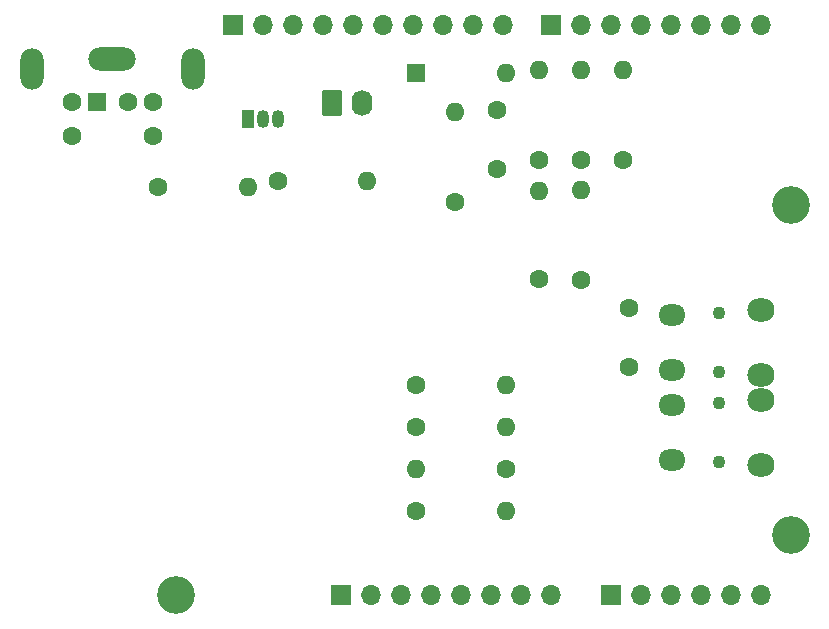
<source format=gts>
%TF.GenerationSoftware,KiCad,Pcbnew,(6.0.6)*%
%TF.CreationDate,2022-07-11T15:05:09+02:00*%
%TF.ProjectId,ZXSpectrumFPGAShield,5a585370-6563-4747-9275-6d4650474153,rev?*%
%TF.SameCoordinates,Original*%
%TF.FileFunction,Soldermask,Top*%
%TF.FilePolarity,Negative*%
%FSLAX46Y46*%
G04 Gerber Fmt 4.6, Leading zero omitted, Abs format (unit mm)*
G04 Created by KiCad (PCBNEW (6.0.6)) date 2022-07-11 15:05:09*
%MOMM*%
%LPD*%
G01*
G04 APERTURE LIST*
G04 Aperture macros list*
%AMRoundRect*
0 Rectangle with rounded corners*
0 $1 Rounding radius*
0 $2 $3 $4 $5 $6 $7 $8 $9 X,Y pos of 4 corners*
0 Add a 4 corners polygon primitive as box body*
4,1,4,$2,$3,$4,$5,$6,$7,$8,$9,$2,$3,0*
0 Add four circle primitives for the rounded corners*
1,1,$1+$1,$2,$3*
1,1,$1+$1,$4,$5*
1,1,$1+$1,$6,$7*
1,1,$1+$1,$8,$9*
0 Add four rect primitives between the rounded corners*
20,1,$1+$1,$2,$3,$4,$5,0*
20,1,$1+$1,$4,$5,$6,$7,0*
20,1,$1+$1,$6,$7,$8,$9,0*
20,1,$1+$1,$8,$9,$2,$3,0*%
G04 Aperture macros list end*
%ADD10C,1.600000*%
%ADD11O,1.600000X1.600000*%
%ADD12R,1.700000X1.700000*%
%ADD13O,1.700000X1.700000*%
%ADD14RoundRect,0.250000X-0.620000X-0.845000X0.620000X-0.845000X0.620000X0.845000X-0.620000X0.845000X0*%
%ADD15O,1.740000X2.190000*%
%ADD16R,1.600000X1.600000*%
%ADD17O,2.000000X3.500000*%
%ADD18O,4.000000X2.000000*%
%ADD19C,1.100000*%
%ADD20O,2.300000X1.800000*%
%ADD21O,2.300000X2.000000*%
%ADD22R,1.050000X1.500000*%
%ADD23O,1.050000X1.500000*%
%ADD24C,3.200000*%
G04 APERTURE END LIST*
D10*
%TO.C,R10*%
X137592000Y-64186000D03*
D11*
X137592000Y-56566000D03*
%TD*%
D10*
%TO.C,R9*%
X134290000Y-83236000D03*
D11*
X141910000Y-83236000D03*
%TD*%
D10*
%TO.C,R8*%
X134290000Y-79680000D03*
D11*
X141910000Y-79680000D03*
%TD*%
D12*
%TO.C,J1*%
X127940000Y-97460000D03*
D13*
X130480000Y-97460000D03*
X133020000Y-97460000D03*
X135560000Y-97460000D03*
X138100000Y-97460000D03*
X140640000Y-97460000D03*
X143180000Y-97460000D03*
X145720000Y-97460000D03*
%TD*%
D12*
%TO.C,J3*%
X150800000Y-97460000D03*
D13*
X153340000Y-97460000D03*
X155880000Y-97460000D03*
X158420000Y-97460000D03*
X160960000Y-97460000D03*
X163500000Y-97460000D03*
%TD*%
D12*
%TO.C,J2*%
X118796000Y-49200000D03*
D13*
X121336000Y-49200000D03*
X123876000Y-49200000D03*
X126416000Y-49200000D03*
X128956000Y-49200000D03*
X131496000Y-49200000D03*
X134036000Y-49200000D03*
X136576000Y-49200000D03*
X139116000Y-49200000D03*
X141656000Y-49200000D03*
%TD*%
D12*
%TO.C,J4*%
X145720000Y-49200000D03*
D13*
X148260000Y-49200000D03*
X150800000Y-49200000D03*
X153340000Y-49200000D03*
X155880000Y-49200000D03*
X158420000Y-49200000D03*
X160960000Y-49200000D03*
X163500000Y-49200000D03*
%TD*%
D10*
%TO.C,R1*%
X112446000Y-62916000D03*
D11*
X120066000Y-62916000D03*
%TD*%
D14*
%TO.C,LS1*%
X127178000Y-55824000D03*
D15*
X129718000Y-55824000D03*
%TD*%
D10*
%TO.C,R4*%
X134290000Y-90348000D03*
D11*
X141910000Y-90348000D03*
%TD*%
D10*
%TO.C,R6*%
X148260000Y-60630000D03*
D11*
X148260000Y-53010000D03*
%TD*%
D10*
%TO.C,C1*%
X122666000Y-62408000D03*
D11*
X130166000Y-62408000D03*
%TD*%
D16*
%TO.C,J8*%
X107326000Y-55747000D03*
D10*
X109926000Y-55747000D03*
X105226000Y-55747000D03*
X112026000Y-55747000D03*
X105226000Y-58547000D03*
X112026000Y-58547000D03*
D17*
X101776000Y-52897000D03*
X115476000Y-52897000D03*
D18*
X108626000Y-52097000D03*
%TD*%
D19*
%TO.C,J6*%
X160000000Y-73580000D03*
X160000000Y-78580000D03*
D20*
X156000000Y-78380000D03*
X156000000Y-73780000D03*
D21*
X163500000Y-78830000D03*
X163500000Y-73330000D03*
%TD*%
D10*
%TO.C,R7*%
X144704000Y-60630000D03*
D11*
X144704000Y-53010000D03*
%TD*%
D10*
%TO.C,C2*%
X141148000Y-61352000D03*
X141148000Y-56352000D03*
%TD*%
D16*
%TO.C,D1*%
X134290000Y-53264000D03*
D11*
X141910000Y-53264000D03*
%TD*%
D22*
%TO.C,Q1*%
X120066000Y-57180000D03*
D23*
X121336000Y-57180000D03*
X122606000Y-57180000D03*
%TD*%
D10*
%TO.C,R2*%
X141910000Y-86792000D03*
D11*
X134290000Y-86792000D03*
%TD*%
D10*
%TO.C,R5*%
X148260000Y-70790000D03*
D11*
X148260000Y-63170000D03*
%TD*%
D10*
%TO.C,C3*%
X152324000Y-78116000D03*
X152324000Y-73116000D03*
%TD*%
%TO.C,C4*%
X144704000Y-70730000D03*
D11*
X144704000Y-63230000D03*
%TD*%
D19*
%TO.C,J5*%
X160000000Y-86200000D03*
X160000000Y-81200000D03*
D20*
X156000000Y-86000000D03*
X156000000Y-81400000D03*
D21*
X163500000Y-80950000D03*
X163500000Y-86450000D03*
%TD*%
D24*
%TO.C,MH2*%
X113970000Y-97460000D03*
%TD*%
D11*
%TO.C,R3*%
X151816000Y-53010000D03*
D10*
X151816000Y-60630000D03*
%TD*%
D24*
%TO.C,MH3*%
X166040000Y-64440000D03*
%TD*%
%TO.C,MH4*%
X166040000Y-92380000D03*
%TD*%
M02*

</source>
